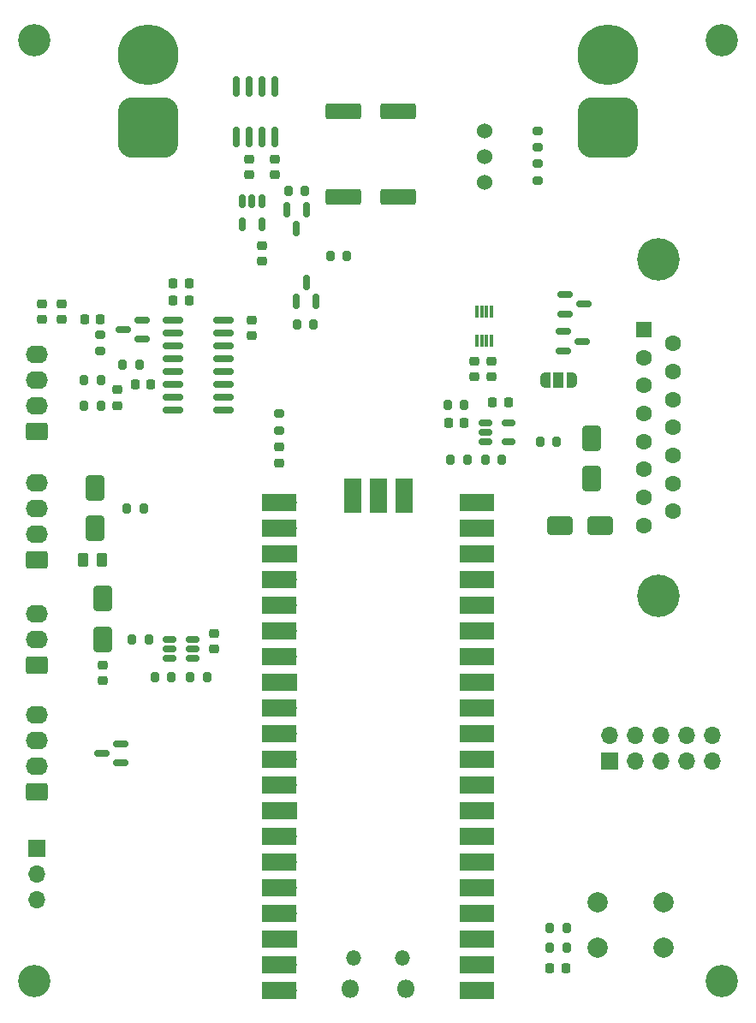
<source format=gts>
%TF.GenerationSoftware,KiCad,Pcbnew,8.0.5*%
%TF.CreationDate,2024-11-07T10:16:37+00:00*%
%TF.ProjectId,test-rig-black-box,74657374-2d72-4696-972d-626c61636b2d,1.0*%
%TF.SameCoordinates,Original*%
%TF.FileFunction,Soldermask,Top*%
%TF.FilePolarity,Negative*%
%FSLAX46Y46*%
G04 Gerber Fmt 4.6, Leading zero omitted, Abs format (unit mm)*
G04 Created by KiCad (PCBNEW 8.0.5) date 2024-11-07 10:16:37*
%MOMM*%
%LPD*%
G01*
G04 APERTURE LIST*
G04 Aperture macros list*
%AMRoundRect*
0 Rectangle with rounded corners*
0 $1 Rounding radius*
0 $2 $3 $4 $5 $6 $7 $8 $9 X,Y pos of 4 corners*
0 Add a 4 corners polygon primitive as box body*
4,1,4,$2,$3,$4,$5,$6,$7,$8,$9,$2,$3,0*
0 Add four circle primitives for the rounded corners*
1,1,$1+$1,$2,$3*
1,1,$1+$1,$4,$5*
1,1,$1+$1,$6,$7*
1,1,$1+$1,$8,$9*
0 Add four rect primitives between the rounded corners*
20,1,$1+$1,$2,$3,$4,$5,0*
20,1,$1+$1,$4,$5,$6,$7,0*
20,1,$1+$1,$6,$7,$8,$9,0*
20,1,$1+$1,$8,$9,$2,$3,0*%
%AMFreePoly0*
4,1,19,0.550000,-0.750000,0.000000,-0.750000,0.000000,-0.744911,-0.071157,-0.744911,-0.207708,-0.704816,-0.327430,-0.627875,-0.420627,-0.520320,-0.479746,-0.390866,-0.500000,-0.250000,-0.500000,0.250000,-0.479746,0.390866,-0.420627,0.520320,-0.327430,0.627875,-0.207708,0.704816,-0.071157,0.744911,0.000000,0.744911,0.000000,0.750000,0.550000,0.750000,0.550000,-0.750000,0.550000,-0.750000,
$1*%
%AMFreePoly1*
4,1,19,0.000000,0.744911,0.071157,0.744911,0.207708,0.704816,0.327430,0.627875,0.420627,0.520320,0.479746,0.390866,0.500000,0.250000,0.500000,-0.250000,0.479746,-0.390866,0.420627,-0.520320,0.327430,-0.627875,0.207708,-0.704816,0.071157,-0.744911,0.000000,-0.744911,0.000000,-0.750000,-0.550000,-0.750000,-0.550000,0.750000,0.000000,0.750000,0.000000,0.744911,0.000000,0.744911,
$1*%
G04 Aperture macros list end*
%ADD10RoundRect,0.200000X-0.200000X-0.275000X0.200000X-0.275000X0.200000X0.275000X-0.200000X0.275000X0*%
%ADD11RoundRect,0.150000X-0.587500X-0.150000X0.587500X-0.150000X0.587500X0.150000X-0.587500X0.150000X0*%
%ADD12RoundRect,0.225000X-0.225000X-0.250000X0.225000X-0.250000X0.225000X0.250000X-0.225000X0.250000X0*%
%ADD13RoundRect,0.200000X0.275000X-0.200000X0.275000X0.200000X-0.275000X0.200000X-0.275000X-0.200000X0*%
%ADD14RoundRect,0.200000X0.200000X0.275000X-0.200000X0.275000X-0.200000X-0.275000X0.200000X-0.275000X0*%
%ADD15C,3.200000*%
%ADD16RoundRect,0.225000X-0.250000X0.225000X-0.250000X-0.225000X0.250000X-0.225000X0.250000X0.225000X0*%
%ADD17RoundRect,0.225000X0.225000X0.250000X-0.225000X0.250000X-0.225000X-0.250000X0.225000X-0.250000X0*%
%ADD18C,4.200000*%
%ADD19R,1.600000X1.600000*%
%ADD20C,1.600000*%
%ADD21RoundRect,0.150000X0.587500X0.150000X-0.587500X0.150000X-0.587500X-0.150000X0.587500X-0.150000X0*%
%ADD22C,1.524000*%
%ADD23O,1.800000X1.800000*%
%ADD24O,1.500000X1.500000*%
%ADD25O,1.700000X1.700000*%
%ADD26R,3.500000X1.700000*%
%ADD27R,1.700000X1.700000*%
%ADD28R,1.700000X3.500000*%
%ADD29RoundRect,0.250000X0.650000X-1.000000X0.650000X1.000000X-0.650000X1.000000X-0.650000X-1.000000X0*%
%ADD30RoundRect,0.225000X0.250000X-0.225000X0.250000X0.225000X-0.250000X0.225000X-0.250000X-0.225000X0*%
%ADD31RoundRect,0.087500X-0.087500X0.537500X-0.087500X-0.537500X0.087500X-0.537500X0.087500X0.537500X0*%
%ADD32RoundRect,0.150000X-0.150000X0.825000X-0.150000X-0.825000X0.150000X-0.825000X0.150000X0.825000X0*%
%ADD33RoundRect,0.250000X0.845000X-0.620000X0.845000X0.620000X-0.845000X0.620000X-0.845000X-0.620000X0*%
%ADD34O,2.190000X1.740000*%
%ADD35RoundRect,1.500000X1.500000X-1.500000X1.500000X1.500000X-1.500000X1.500000X-1.500000X-1.500000X0*%
%ADD36C,6.000000*%
%ADD37RoundRect,0.200000X-0.275000X0.200000X-0.275000X-0.200000X0.275000X-0.200000X0.275000X0.200000X0*%
%ADD38RoundRect,0.250000X1.500000X0.550000X-1.500000X0.550000X-1.500000X-0.550000X1.500000X-0.550000X0*%
%ADD39RoundRect,0.150000X0.150000X-0.587500X0.150000X0.587500X-0.150000X0.587500X-0.150000X-0.587500X0*%
%ADD40RoundRect,0.218750X-0.256250X0.218750X-0.256250X-0.218750X0.256250X-0.218750X0.256250X0.218750X0*%
%ADD41RoundRect,0.150000X-0.150000X0.587500X-0.150000X-0.587500X0.150000X-0.587500X0.150000X0.587500X0*%
%ADD42RoundRect,0.250000X-1.000000X-0.650000X1.000000X-0.650000X1.000000X0.650000X-1.000000X0.650000X0*%
%ADD43RoundRect,0.250000X-0.262500X-0.450000X0.262500X-0.450000X0.262500X0.450000X-0.262500X0.450000X0*%
%ADD44RoundRect,0.218750X-0.218750X-0.256250X0.218750X-0.256250X0.218750X0.256250X-0.218750X0.256250X0*%
%ADD45RoundRect,0.150000X-0.512500X-0.150000X0.512500X-0.150000X0.512500X0.150000X-0.512500X0.150000X0*%
%ADD46C,2.000000*%
%ADD47FreePoly0,0.000000*%
%ADD48R,1.000000X1.500000*%
%ADD49FreePoly1,0.000000*%
%ADD50RoundRect,0.150000X-0.850000X-0.150000X0.850000X-0.150000X0.850000X0.150000X-0.850000X0.150000X0*%
%ADD51RoundRect,0.150000X-0.150000X0.512500X-0.150000X-0.512500X0.150000X-0.512500X0.150000X0.512500X0*%
%ADD52RoundRect,0.250000X-0.650000X1.000000X-0.650000X-1.000000X0.650000X-1.000000X0.650000X1.000000X0*%
G04 APERTURE END LIST*
D10*
%TO.C,R21*%
X181425000Y-97000000D03*
X183075000Y-97000000D03*
%TD*%
D11*
%TO.C,D3*%
X204472500Y-104460000D03*
X204472500Y-106360000D03*
X206347500Y-105410000D03*
%TD*%
D12*
%TO.C,C2*%
X162135000Y-109660000D03*
X163685000Y-109660000D03*
%TD*%
D13*
%TO.C,R17*%
X176370000Y-114235000D03*
X176370000Y-112585000D03*
%TD*%
D14*
%TO.C,R8*%
X204810000Y-163410000D03*
X203160000Y-163410000D03*
%TD*%
D15*
%TO.C,H1*%
X152160000Y-75660000D03*
%TD*%
D16*
%TO.C,C17*%
X158910000Y-137410000D03*
X158910000Y-138960000D03*
%TD*%
D17*
%TO.C,C11*%
X204710000Y-167410000D03*
X203160000Y-167410000D03*
%TD*%
D18*
%TO.C,J2*%
X213899669Y-130580000D03*
X213899669Y-97280000D03*
D19*
X212479669Y-104235000D03*
D20*
X212479669Y-107005000D03*
X212479669Y-109775000D03*
X212479669Y-112545000D03*
X212479669Y-115315000D03*
X212479669Y-118085000D03*
X212479669Y-120855000D03*
X212479669Y-123625000D03*
X215319669Y-105620000D03*
X215319669Y-108390000D03*
X215319669Y-111160000D03*
X215319669Y-113930000D03*
X215319669Y-116700000D03*
X215319669Y-119470000D03*
X215319669Y-122240000D03*
%TD*%
D21*
%TO.C,Q1*%
X162847500Y-105210000D03*
X162847500Y-103310000D03*
X160972500Y-104260000D03*
%TD*%
D22*
%TO.C,U8*%
X196660000Y-84580000D03*
X196660000Y-87120000D03*
X196660000Y-89660000D03*
%TD*%
D12*
%TO.C,C12*%
X193135000Y-113460000D03*
X194685000Y-113460000D03*
%TD*%
D10*
%TO.C,R2*%
X157085000Y-109215000D03*
X158735000Y-109215000D03*
%TD*%
D11*
%TO.C,D8*%
X204625000Y-100800000D03*
X204625000Y-102700000D03*
X206500000Y-101750000D03*
%TD*%
D23*
%TO.C,U1*%
X188885000Y-169440000D03*
D24*
X188585000Y-166410000D03*
X183735000Y-166410000D03*
D23*
X183435000Y-169440000D03*
D25*
X195050000Y-169570000D03*
D26*
X195950000Y-169570000D03*
D25*
X195050000Y-167030000D03*
D26*
X195950000Y-167030000D03*
D27*
X195050000Y-164490000D03*
D26*
X195950000Y-164490000D03*
D25*
X195050000Y-161950000D03*
D26*
X195950000Y-161950000D03*
D25*
X195050000Y-159410000D03*
D26*
X195950000Y-159410000D03*
D25*
X195050000Y-156870000D03*
D26*
X195950000Y-156870000D03*
D25*
X195050000Y-154330000D03*
D26*
X195950000Y-154330000D03*
D27*
X195050000Y-151790000D03*
D26*
X195950000Y-151790000D03*
D25*
X195050000Y-149250000D03*
D26*
X195950000Y-149250000D03*
D25*
X195050000Y-146710000D03*
D26*
X195950000Y-146710000D03*
D25*
X195050000Y-144170000D03*
D26*
X195950000Y-144170000D03*
D25*
X195050000Y-141630000D03*
D26*
X195950000Y-141630000D03*
D27*
X195050000Y-139090000D03*
D26*
X195950000Y-139090000D03*
D25*
X195050000Y-136550000D03*
D26*
X195950000Y-136550000D03*
D25*
X195050000Y-134010000D03*
D26*
X195950000Y-134010000D03*
D25*
X195050000Y-131470000D03*
D26*
X195950000Y-131470000D03*
D25*
X195050000Y-128930000D03*
D26*
X195950000Y-128930000D03*
D27*
X195050000Y-126390000D03*
D26*
X195950000Y-126390000D03*
D25*
X195050000Y-123850000D03*
D26*
X195950000Y-123850000D03*
D25*
X195050000Y-121310000D03*
D26*
X195950000Y-121310000D03*
D25*
X177270000Y-121310000D03*
D26*
X176370000Y-121310000D03*
D25*
X177270000Y-123850000D03*
D26*
X176370000Y-123850000D03*
D27*
X177270000Y-126390000D03*
D26*
X176370000Y-126390000D03*
D25*
X177270000Y-128930000D03*
D26*
X176370000Y-128930000D03*
D25*
X177270000Y-131470000D03*
D26*
X176370000Y-131470000D03*
D25*
X177270000Y-134010000D03*
D26*
X176370000Y-134010000D03*
D25*
X177270000Y-136550000D03*
D26*
X176370000Y-136550000D03*
D27*
X177270000Y-139090000D03*
D26*
X176370000Y-139090000D03*
D25*
X177270000Y-141630000D03*
D26*
X176370000Y-141630000D03*
D25*
X177270000Y-144170000D03*
D26*
X176370000Y-144170000D03*
D25*
X177270000Y-146710000D03*
D26*
X176370000Y-146710000D03*
D25*
X177270000Y-149250000D03*
D26*
X176370000Y-149250000D03*
D27*
X177270000Y-151790000D03*
D26*
X176370000Y-151790000D03*
D25*
X177270000Y-154330000D03*
D26*
X176370000Y-154330000D03*
D25*
X177270000Y-156870000D03*
D26*
X176370000Y-156870000D03*
D25*
X177270000Y-159410000D03*
D26*
X176370000Y-159410000D03*
D25*
X177270000Y-161950000D03*
D26*
X176370000Y-161950000D03*
D27*
X177270000Y-164490000D03*
D26*
X176370000Y-164490000D03*
D25*
X177270000Y-167030000D03*
D26*
X176370000Y-167030000D03*
D25*
X177270000Y-169570000D03*
D26*
X176370000Y-169570000D03*
D25*
X188700000Y-121540000D03*
D28*
X188700000Y-120640000D03*
D27*
X186160000Y-121540000D03*
D28*
X186160000Y-120640000D03*
D25*
X183620000Y-121540000D03*
D28*
X183620000Y-120640000D03*
%TD*%
D29*
%TO.C,D2*%
X207250000Y-119000000D03*
X207250000Y-115000000D03*
%TD*%
D14*
%TO.C,R19*%
X178935000Y-90500000D03*
X177285000Y-90500000D03*
%TD*%
D30*
%TO.C,C1*%
X169910000Y-135820000D03*
X169910000Y-134270000D03*
%TD*%
%TO.C,C5*%
X154910000Y-103255000D03*
X154910000Y-101705000D03*
%TD*%
D21*
%TO.C,D6*%
X160691250Y-147110000D03*
X160691250Y-145210000D03*
X158816250Y-146160000D03*
%TD*%
D15*
%TO.C,H2*%
X220160000Y-75660000D03*
%TD*%
D31*
%TO.C,U4*%
X197410000Y-102510000D03*
X196910000Y-102510000D03*
X196410000Y-102510000D03*
X195910000Y-102510000D03*
X195910000Y-105310000D03*
X196410000Y-105310000D03*
X196910000Y-105310000D03*
X197410000Y-105310000D03*
%TD*%
D10*
%TO.C,R10*%
X161335000Y-121910000D03*
X162985000Y-121910000D03*
%TD*%
D32*
%TO.C,U6*%
X175930000Y-80210000D03*
X174660000Y-80210000D03*
X173390000Y-80210000D03*
X172120000Y-80210000D03*
X172120000Y-85160000D03*
X173390000Y-85160000D03*
X174660000Y-85160000D03*
X175930000Y-85160000D03*
%TD*%
D33*
%TO.C,J3*%
X152430000Y-126990000D03*
D34*
X152430000Y-124450000D03*
X152430000Y-121910000D03*
X152430000Y-119370000D03*
%TD*%
D14*
%TO.C,R18*%
X179797500Y-103750000D03*
X178147500Y-103750000D03*
%TD*%
%TO.C,R7*%
X204810000Y-165410000D03*
X203160000Y-165410000D03*
%TD*%
D33*
%TO.C,J1*%
X152410000Y-114295000D03*
D34*
X152410000Y-111755000D03*
X152410000Y-109215000D03*
X152410000Y-106675000D03*
%TD*%
D35*
%TO.C,J4*%
X208910000Y-84260000D03*
D36*
X208910000Y-77060000D03*
%TD*%
D35*
%TO.C,J5*%
X163410000Y-84260000D03*
D36*
X163410000Y-77060000D03*
%TD*%
D14*
%TO.C,R6*%
X162560000Y-107755000D03*
X160910000Y-107755000D03*
%TD*%
D37*
%TO.C,R15*%
X201910000Y-87835000D03*
X201910000Y-89485000D03*
%TD*%
D16*
%TO.C,C10*%
X197410000Y-107385000D03*
X197410000Y-108935000D03*
%TD*%
D27*
%TO.C,J9*%
X209085000Y-146950000D03*
D25*
X209085000Y-144410000D03*
X211625000Y-146950000D03*
X211625000Y-144410000D03*
X214165000Y-146950000D03*
X214165000Y-144410000D03*
X216705000Y-146950000D03*
X216705000Y-144410000D03*
X219245000Y-146950000D03*
X219245000Y-144410000D03*
%TD*%
D16*
%TO.C,C14*%
X175930000Y-87410000D03*
X175930000Y-88960000D03*
%TD*%
D38*
%TO.C,C19*%
X188110000Y-91120000D03*
X182710000Y-91120000D03*
%TD*%
D39*
%TO.C,Q2*%
X178110000Y-101437500D03*
X180010000Y-101437500D03*
X179060000Y-99562500D03*
%TD*%
D16*
%TO.C,C3*%
X160410000Y-110205000D03*
X160410000Y-111755000D03*
%TD*%
D40*
%TO.C,D7*%
X176370000Y-115872500D03*
X176370000Y-117447500D03*
%TD*%
D16*
%TO.C,C6*%
X173660000Y-103310000D03*
X173660000Y-104860000D03*
%TD*%
D41*
%TO.C,Q3*%
X179060000Y-92375000D03*
X177160000Y-92375000D03*
X178110000Y-94250000D03*
%TD*%
D15*
%TO.C,H3*%
X152160000Y-168660000D03*
%TD*%
D33*
%TO.C,J8*%
X152410000Y-149950000D03*
D34*
X152410000Y-147410000D03*
X152410000Y-144870000D03*
X152410000Y-142330000D03*
%TD*%
D10*
%TO.C,R16*%
X161835000Y-134870000D03*
X163485000Y-134870000D03*
%TD*%
D14*
%TO.C,R4*%
X165735000Y-138660000D03*
X164085000Y-138660000D03*
%TD*%
D10*
%TO.C,R20*%
X202175000Y-115360000D03*
X203825000Y-115360000D03*
%TD*%
D16*
%TO.C,C16*%
X174660000Y-95910000D03*
X174660000Y-97460000D03*
%TD*%
D10*
%TO.C,R11*%
X193035000Y-111660000D03*
X194685000Y-111660000D03*
%TD*%
D13*
%TO.C,R5*%
X158697500Y-106405000D03*
X158697500Y-104755000D03*
%TD*%
D42*
%TO.C,D4*%
X204160000Y-123625000D03*
X208160000Y-123625000D03*
%TD*%
D33*
%TO.C,J6*%
X152410000Y-137410000D03*
D34*
X152410000Y-134870000D03*
X152410000Y-132330000D03*
%TD*%
D30*
%TO.C,C4*%
X152910000Y-103255000D03*
X152910000Y-101705000D03*
%TD*%
D43*
%TO.C,R9*%
X156997500Y-126990000D03*
X158822500Y-126990000D03*
%TD*%
D12*
%TO.C,C7*%
X165910000Y-99660000D03*
X167460000Y-99660000D03*
%TD*%
D44*
%TO.C,L2*%
X157122500Y-103255000D03*
X158697500Y-103255000D03*
%TD*%
D45*
%TO.C,U5*%
X196772500Y-113460000D03*
X196772500Y-114410000D03*
X196772500Y-115360000D03*
X199047500Y-115360000D03*
X199047500Y-113460000D03*
%TD*%
D38*
%TO.C,C18*%
X188110000Y-82620000D03*
X182710000Y-82620000D03*
%TD*%
D45*
%TO.C,U2*%
X165522500Y-134870000D03*
X165522500Y-135820000D03*
X165522500Y-136770000D03*
X167797500Y-136770000D03*
X167797500Y-135820000D03*
X167797500Y-134870000D03*
%TD*%
D37*
%TO.C,R14*%
X201910000Y-84580000D03*
X201910000Y-86230000D03*
%TD*%
D46*
%TO.C,SW1*%
X207910000Y-160910000D03*
X214410000Y-160910000D03*
X207910000Y-165410000D03*
X214410000Y-165410000D03*
%TD*%
D12*
%TO.C,C8*%
X165910000Y-101410000D03*
X167460000Y-101410000D03*
%TD*%
D16*
%TO.C,C9*%
X195660000Y-107385000D03*
X195660000Y-108935000D03*
%TD*%
D10*
%TO.C,R3*%
X167585000Y-138660000D03*
X169235000Y-138660000D03*
%TD*%
D15*
%TO.C,H4*%
X220160000Y-168660000D03*
%TD*%
D47*
%TO.C,JP1*%
X202700000Y-109250000D03*
D48*
X204000000Y-109250000D03*
D49*
X205300000Y-109250000D03*
%TD*%
D16*
%TO.C,C15*%
X173390000Y-87410000D03*
X173390000Y-88960000D03*
%TD*%
D29*
%TO.C,D1*%
X158160000Y-123910000D03*
X158160000Y-119910000D03*
%TD*%
D50*
%TO.C,U3*%
X165910000Y-103310000D03*
X165910000Y-104580000D03*
X165910000Y-105850000D03*
X165910000Y-107120000D03*
X165910000Y-108390000D03*
X165910000Y-109660000D03*
X165910000Y-110930000D03*
X165910000Y-112200000D03*
X170910000Y-112200000D03*
X170910000Y-110930000D03*
X170910000Y-109660000D03*
X170910000Y-108390000D03*
X170910000Y-107120000D03*
X170910000Y-105850000D03*
X170910000Y-104580000D03*
X170910000Y-103310000D03*
%TD*%
D10*
%TO.C,R13*%
X193335000Y-117160000D03*
X194985000Y-117160000D03*
%TD*%
D51*
%TO.C,U7*%
X174660000Y-91547500D03*
X173710000Y-91547500D03*
X172760000Y-91547500D03*
X172760000Y-93822500D03*
X174660000Y-93822500D03*
%TD*%
D27*
%TO.C,J7*%
X152410000Y-155580000D03*
D25*
X152410000Y-158120000D03*
X152410000Y-160660000D03*
%TD*%
D17*
%TO.C,C13*%
X199047500Y-111410000D03*
X197497500Y-111410000D03*
%TD*%
D10*
%TO.C,R12*%
X196772500Y-117160000D03*
X198422500Y-117160000D03*
%TD*%
D52*
%TO.C,D5*%
X158910000Y-130870000D03*
X158910000Y-134870000D03*
%TD*%
D10*
%TO.C,R1*%
X157085000Y-111755000D03*
X158735000Y-111755000D03*
%TD*%
M02*

</source>
